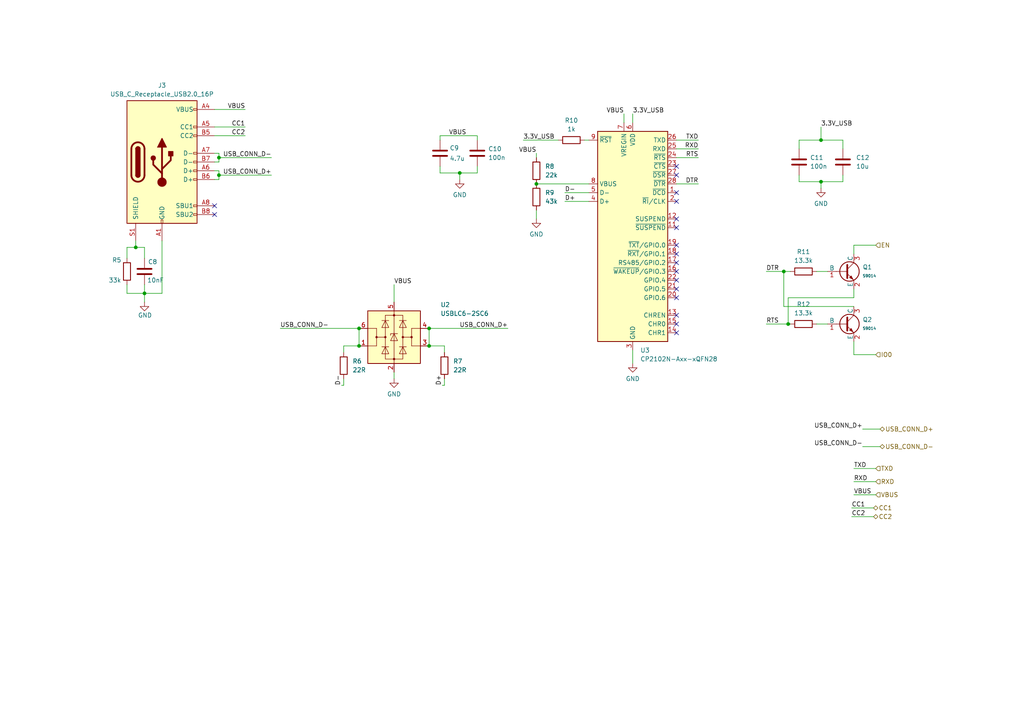
<source format=kicad_sch>
(kicad_sch (version 20250114) (generator "eeschema") (generator_version "9.0")
  (paper "A4")
  (lib_symbols
    (symbol "Connector:USB_C_Receptacle_USB2.0_16P" (pin_names (offset 1.016))
      (property "Reference" "J" (at 0 22.225 0))
      (property "Value" "USB_C_Receptacle_USB2.0_16P" (at 0 19.685 0))
      (symbol "USB_C_Receptacle_USB2.0_16P_0_0"
        (rectangle (start -0.254 -17.78) (end 0.254 -16.764))
        (rectangle (start 10.16 15.494) (end 9.144 14.986))
        (rectangle (start 10.16 10.414) (end 9.144 9.906))
        (rectangle (start 10.16 7.874) (end 9.144 7.366))
        (rectangle (start 10.16 2.794) (end 9.144 2.286))
        (rectangle (start 10.16 0.254) (end 9.144 -0.254))
        (rectangle (start 10.16 -2.286) (end 9.144 -2.794))
        (rectangle (start 10.16 -4.826) (end 9.144 -5.334))
        (rectangle (start 10.16 -12.446) (end 9.144 -12.954))
        (rectangle (start 10.16 -14.986) (end 9.144 -15.494))
      )
      (symbol "USB_C_Receptacle_USB2.0_16P_0_1"
        (rectangle (start -10.16 17.78) (end 10.16 -17.78) (stroke (width 0.254)) (fill (type background)))
        (polyline (pts (xy -8.89 -3.81) (xy -8.89 3.81)) (stroke (width 0.508)))
        (rectangle (start -7.62 -3.81) (end -6.35 3.81) (stroke (width 0.254)) (fill (type outline)))
        (arc (start -7.62 3.81) (mid -6.985 4.4423) (end -6.35 3.81) (stroke (width 0.254)))
        (arc (start -7.62 3.81) (mid -6.985 4.4423) (end -6.35 3.81) (stroke (width 0.254)) (fill (type outline)))
        (arc (start -8.89 3.81) (mid -6.985 5.7067) (end -5.08 3.81) (stroke (width 0.508)))
        (arc (start -5.08 -3.81) (mid -6.985 -5.7067) (end -8.89 -3.81) (stroke (width 0.508)))
        (arc (start -6.35 -3.81) (mid -6.985 -4.4423) (end -7.62 -3.81) (stroke (width 0.254)))
        (arc (start -6.35 -3.81) (mid -6.985 -4.4423) (end -7.62 -3.81) (stroke (width 0.254)) (fill (type outline)))
        (polyline (pts (xy -5.08 3.81) (xy -5.08 -3.81)) (stroke (width 0.508)))
        (circle (center -2.54 1.143) (radius 0.635) (stroke (width 0.254)) (fill (type outline)))
        (polyline (pts (xy -1.27 4.318) (xy 0 6.858) (xy 1.27 4.318) (xy -1.27 4.318)) (stroke (width 0.254)) (fill (type outline)))
        (polyline (pts (xy 0 -2.032) (xy 2.54 0.508) (xy 2.54 1.778)) (stroke (width 0.508)))
        (polyline (pts (xy 0 -3.302) (xy -2.54 -0.762) (xy -2.54 0.508)) (stroke (width 0.508)))
        (polyline (pts (xy 0 -5.842) (xy 0 4.318)) (stroke (width 0.508)))
        (circle (center 0 -5.842) (radius 1.27) (fill (type outline)))
        (rectangle (start 1.905 1.778) (end 3.175 3.048) (stroke (width 0.254)) (fill (type outline)))
      )
      (symbol "USB_C_Receptacle_USB2.0_16P_1_1"
        (pin passive line (at -7.62 -22.86 90) (length 5.08) (name "SHIELD") (number "S1"))
        (pin passive line (at 0 -22.86 90) (length 5.08) (name "GND") (number "A1"))
        (pin passive line (at 0 -22.86 90) (length 5.08) (hide yes) (name "GND") (number "A12"))
        (pin passive line (at 0 -22.86 90) (length 5.08) (hide yes) (name "GND") (number "B1"))
        (pin passive line (at 0 -22.86 90) (length 5.08) (hide yes) (name "GND") (number "B12"))
        (pin passive line (at 15.24 15.24 180) (length 5.08) (name "VBUS") (number "A4"))
        (pin passive line (at 15.24 15.24 180) (length 5.08) (hide yes) (name "VBUS") (number "A9"))
        (pin passive line (at 15.24 15.24 180) (length 5.08) (hide yes) (name "VBUS") (number "B4"))
        (pin passive line (at 15.24 15.24 180) (length 5.08) (hide yes) (name "VBUS") (number "B9"))
        (pin bidirectional line (at 15.24 10.16 180) (length 5.08) (name "CC1") (number "A5"))
        (pin bidirectional line (at 15.24 7.62 180) (length 5.08) (name "CC2") (number "B5"))
        (pin bidirectional line (at 15.24 2.54 180) (length 5.08) (name "D-") (number "A7"))
        (pin bidirectional line (at 15.24 0 180) (length 5.08) (name "D-") (number "B7"))
        (pin bidirectional line (at 15.24 -2.54 180) (length 5.08) (name "D+") (number "A6"))
        (pin bidirectional line (at 15.24 -5.08 180) (length 5.08) (name "D+") (number "B6"))
        (pin bidirectional line (at 15.24 -12.7 180) (length 5.08) (name "SBU1") (number "A8"))
        (pin bidirectional line (at 15.24 -15.24 180) (length 5.08) (name "SBU2") (number "B8"))
      )
    )
    (symbol "Device:C" (pin_numbers (hide yes)) (pin_names (offset 0.254))
      (property "Reference" "C" (at 0.635 2.54 0))
      (property "Value" "C" (at 0.635 -2.54 0))
      (symbol "C_0_1"
        (polyline (pts (xy -2.032 0.762) (xy 2.032 0.762)) (stroke (width 0.508)))
        (polyline (pts (xy -2.032 -0.762) (xy 2.032 -0.762)) (stroke (width 0.508)))
      )
      (symbol "C_1_1"
        (pin passive line (at 0 3.81 270) (length 2.794) (name "~") (number "1"))
        (pin passive line (at 0 -3.81 90) (length 2.794) (name "~") (number "2"))
      )
    )
    (symbol "Device:R" (pin_numbers (hide yes)) (pin_names (offset 0))
      (property "Reference" "R" (at 2.032 0 90))
      (property "Value" "R" (at 0 0 90))
      (symbol "R_0_1"
        (rectangle (start -1.016 -2.54) (end 1.016 2.54) (stroke (width 0.254)))
      )
      (symbol "R_1_1"
        (pin passive line (at 0 3.81 270) (length 1.27) (name "~") (number "1"))
        (pin passive line (at 0 -3.81 90) (length 1.27) (name "~") (number "2"))
      )
    )
    (symbol "Interface_USB:CP2102N-Axx-xQFN28"
      (property "Reference" "U" (at -8.89 31.75 0))
      (property "Value" "CP2102N-Axx-xQFN28" (at 12.7 31.75 0))
      (symbol "CP2102N-Axx-xQFN28_0_1"
        (rectangle (start -10.16 30.48) (end 10.16 -30.48) (stroke (width 0.254)) (fill (type background)))
      )
      (symbol "CP2102N-Axx-xQFN28_1_1"
        (pin input line (at -12.7 27.94 0) (length 2.54) (name "~{RST}") (number "9"))
        (pin input line (at -12.7 15.24 0) (length 2.54) (name "VBUS") (number "8"))
        (pin bidirectional line (at -12.7 12.7 0) (length 2.54) (name "D-") (number "5"))
        (pin bidirectional line (at -12.7 10.16 0) (length 2.54) (name "D+") (number "4"))
        (pin no_connect line (at -10.16 -27.94 0) (length 2.54) (hide yes) (name "NC") (number "10"))
        (pin power_in line (at -2.54 33.02 270) (length 2.54) (name "VREGIN") (number "7"))
        (pin power_in line (at 0 33.02 270) (length 2.54) (name "VDD") (number "6"))
        (pin passive line (at 0 -33.02 90) (length 2.54) (hide yes) (name "GND") (number "29"))
        (pin power_in line (at 0 -33.02 90) (length 2.54) (name "GND") (number "3"))
        (pin output line (at 12.7 27.94 180) (length 2.54) (name "TXD") (number "26"))
        (pin input line (at 12.7 25.4 180) (length 2.54) (name "RXD") (number "25"))
        (pin output line (at 12.7 22.86 180) (length 2.54) (name "~{RTS}") (number "24"))
        (pin input line (at 12.7 20.32 180) (length 2.54) (name "~{CTS}") (number "23"))
        (pin input line (at 12.7 17.78 180) (length 2.54) (name "~{DSR}") (number "27"))
        (pin output line (at 12.7 15.24 180) (length 2.54) (name "~{DTR}") (number "28"))
        (pin input line (at 12.7 12.7 180) (length 2.54) (name "~{DCD}") (number "1"))
        (pin bidirectional line (at 12.7 10.16 180) (length 2.54) (name "~{RI}/CLK") (number "2"))
        (pin output line (at 12.7 5.08 180) (length 2.54) (name "SUSPEND") (number "12"))
        (pin output line (at 12.7 2.54 180) (length 2.54) (name "~{SUSPEND}") (number "11"))
        (pin bidirectional line (at 12.7 -2.54 180) (length 2.54) (name "~{TXT}/GPIO.0") (number "19"))
        (pin bidirectional line (at 12.7 -5.08 180) (length 2.54) (name "~{RXT}/GPIO.1") (number "18"))
        (pin bidirectional line (at 12.7 -7.62 180) (length 2.54) (name "RS485/GPIO.2") (number "17"))
        (pin bidirectional line (at 12.7 -10.16 180) (length 2.54) (name "~{WAKEUP}/GPIO.3") (number "16"))
        (pin bidirectional line (at 12.7 -12.7 180) (length 2.54) (name "GPIO.4") (number "22"))
        (pin bidirectional line (at 12.7 -15.24 180) (length 2.54) (name "GPIO.5") (number "21"))
        (pin bidirectional line (at 12.7 -17.78 180) (length 2.54) (name "GPIO.6") (number "20"))
        (pin output line (at 12.7 -22.86 180) (length 2.54) (name "CHREN") (number "13"))
        (pin output line (at 12.7 -25.4 180) (length 2.54) (name "CHR0") (number "15"))
        (pin output line (at 12.7 -27.94 180) (length 2.54) (name "CHR1") (number "14"))
      )
    )
    (symbol "PCM_JLCPCB-Transistors:NPN,S9014" (pin_names (offset 0))
      (property "Reference" "Q" (at 4.8514 0.834 0))
      (property "Value" "S9014" (at 4.8514 -1.2122 0))
      (symbol "NPN,S9014_0_1"
        (polyline (pts (xy -2.54 0) (xy 0.635 0)) (stroke (width 0.1524)))
        (polyline (pts (xy 0.635 1.905) (xy 0.635 -1.905) (xy 0.635 -1.905)) (stroke (width 0.508)))
        (polyline (pts (xy 0.635 0.635) (xy 2.54 2.54)))
        (polyline (pts (xy 0.635 -0.635) (xy 2.54 -2.54) (xy 2.54 -2.54)))
        (circle (center 1.27 0) (radius 2.8194) (stroke (width 0.254)))
        (polyline (pts (xy 1.27 -1.778) (xy 1.778 -1.27) (xy 2.286 -2.286) (xy 1.27 -1.778) (xy 1.27 -1.778)) (fill (type outline)))
        (polyline (pts (xy 2.794 -1.27) (xy 2.794 -1.27)) (stroke (width 0.1524)))
        (polyline (pts (xy 2.794 -1.27) (xy 2.794 -1.27)) (stroke (width 0.1524)))
      )
      (symbol "NPN,S9014_1_1"
        (pin input line (at -5.08 0 0) (length 2.54) (name "B") (number "1"))
        (pin open_collector line (at 2.54 5.08 270) (length 2.54) (name "C") (number "3"))
        (pin open_emitter line (at 2.54 -5.08 90) (length 2.54) (name "E") (number "2"))
      )
    )
    (symbol "Power_Protection:USBLC6-2SC6" (pin_names (hide yes))
      (property "Reference" "U" (at 2.54 8.89 0))
      (property "Value" "USBLC6-2SC6" (at 2.54 -8.89 0))
      (symbol "USBLC6-2SC6_0_1"
        (rectangle (start -7.62 -7.62) (end 7.62 7.62) (stroke (width 0.254)) (fill (type background)))
        (polyline (pts (xy -5.08 2.54) (xy -7.62 2.54)))
        (circle (center -5.08 0) (radius 0.254) (fill (type outline)))
        (polyline (pts (xy -5.08 0) (xy -5.08 -2.54)))
        (polyline (pts (xy -5.08 -2.54) (xy -7.62 -2.54)))
        (polyline (pts (xy -3.556 2.794) (xy -1.524 2.794) (xy -2.54 4.826) (xy -3.556 2.794)))
        (polyline (pts (xy -3.556 -4.826) (xy -1.524 -4.826) (xy -2.54 -2.794) (xy -3.556 -4.826)))
        (rectangle (start -2.54 6.35) (end 2.54 -6.35))
        (circle (center -2.54 0) (radius 0.254) (fill (type outline)))
        (polyline (pts (xy -2.54 0) (xy -5.08 0) (xy -5.08 2.54)))
        (polyline (pts (xy -1.524 4.826) (xy -3.556 4.826)))
        (polyline (pts (xy -1.524 -2.794) (xy -3.556 -2.794)))
        (polyline (pts (xy -1.016 -1.016) (xy 1.016 -1.016) (xy 0 1.016) (xy -1.016 -1.016)))
        (circle (center 0 6.35) (radius 0.254) (fill (type outline)))
        (polyline (pts (xy 0 6.35) (xy 0 7.62)))
        (polyline (pts (xy 0 1.27) (xy 0 6.35)))
        (polyline (pts (xy 0 -6.35) (xy 0 1.27)))
        (circle (center 0 -6.35) (radius 0.254) (fill (type outline)))
        (polyline (pts (xy 0 -7.62) (xy 0 -6.35)))
        (polyline (pts (xy 1.016 1.016) (xy 0.762 1.016) (xy -1.016 1.016) (xy -1.016 0.508)))
        (polyline (pts (xy 1.524 4.826) (xy 3.556 4.826)))
        (polyline (pts (xy 1.524 -2.794) (xy 3.556 -2.794)))
        (polyline (pts (xy 2.54 0) (xy 5.08 0) (xy 5.08 2.54)))
        (circle (center 2.54 0) (radius 0.254) (fill (type outline)))
        (polyline (pts (xy 3.556 2.794) (xy 1.524 2.794) (xy 2.54 4.826) (xy 3.556 2.794)))
        (polyline (pts (xy 3.556 -4.826) (xy 1.524 -4.826) (xy 2.54 -2.794) (xy 3.556 -4.826)))
        (polyline (pts (xy 5.08 2.54) (xy 7.62 2.54)))
        (polyline (pts (xy 5.08 0) (xy 5.08 -2.54)))
        (circle (center 5.08 0) (radius 0.254) (fill (type outline)))
        (polyline (pts (xy 5.08 -2.54) (xy 7.62 -2.54)))
      )
      (symbol "USBLC6-2SC6_1_1"
        (pin passive line (at -10.16 2.54 0) (length 2.54) (name "I/O1") (number "6"))
        (pin passive line (at -10.16 -2.54 0) (length 2.54) (name "I/O1") (number "1"))
        (pin passive line (at 0 10.16 270) (length 2.54) (name "VBUS") (number "5"))
        (pin passive line (at 0 -10.16 90) (length 2.54) (name "GND") (number "2"))
        (pin passive line (at 10.16 2.54 180) (length 2.54) (name "I/O2") (number "4"))
        (pin passive line (at 10.16 -2.54 180) (length 2.54) (name "I/O2") (number "3"))
      )
    )
    (symbol "power:GND" (power) (pin_names (offset 0))
      (property "Value" "GND" (at 0 -3.81 0))
      (symbol "GND_0_1"
        (polyline (pts (xy 0 0) (xy 0 -1.27) (xy 1.27 -1.27) (xy 0 -2.54) (xy -1.27 -1.27) (xy 0 -1.27)))
      )
      (symbol "GND_1_1"
        (pin power_in line (at 0 0 270) (length 0) (hide yes) (name "GND") (number "1"))
      )
    )
  )
  (junction (at 39.37 71.755))
  (junction (at 238.125 40.64))
  (junction (at 227.33 78.74))
  (junction (at 104.14 95.25))
  (junction (at 63.5 50.8))
  (junction (at 133.35 50.165))
  (junction (at 104.14 100.33))
  (junction (at 124.46 95.25))
  (junction (at 228.6 93.98))
  (junction (at 155.575 53.34))
  (junction (at 124.46 100.33))
  (junction (at 238.125 52.705))
  (junction (at 63.5 45.72))
  (junction (at 41.91 85.09))
  (no_connect (at 196.215 55.88))
  (no_connect (at 196.215 83.82))
  (no_connect (at 196.215 73.66))
  (no_connect (at 196.215 78.74))
  (no_connect (at 196.215 50.8))
  (no_connect (at 196.215 96.52))
  (no_connect (at 196.215 48.26))
  (no_connect (at 196.215 86.36))
  (no_connect (at 196.215 71.12))
  (no_connect (at 62.23 62.23))
  (no_connect (at 62.23 59.69))
  (no_connect (at 196.215 63.5))
  (no_connect (at 196.215 91.44))
  (no_connect (at 196.215 58.42))
  (no_connect (at 196.215 81.28))
  (no_connect (at 196.215 93.98))
  (no_connect (at 196.215 66.04))
  (no_connect (at 196.215 76.2))
  (wire (pts (xy 36.83 71.755) (xy 39.37 71.755)))
  (wire (pts (xy 41.91 85.09) (xy 41.91 87.63)))
  (wire (pts (xy 124.46 100.33) (xy 128.905 100.33)))
  (wire (pts (xy 222.25 78.74) (xy 227.33 78.74)))
  (wire (pts (xy 62.23 39.37) (xy 71.12 39.37)))
  (wire (pts (xy 138.43 50.165) (xy 138.43 48.26)))
  (wire (pts (xy 163.83 55.88) (xy 170.815 55.88)))
  (wire (pts (xy 155.575 60.96) (xy 155.575 63.5)))
  (wire (pts (xy 36.83 85.09) (xy 41.91 85.09)))
  (wire (pts (xy 63.5 50.8) (xy 63.5 52.07)))
  (wire (pts (xy 254 71.12) (xy 247.65 71.12)))
  (wire (pts (xy 99.695 111.76) (xy 99.695 109.855)))
  (wire (pts (xy 78.74 45.72) (xy 63.5 45.72)))
  (wire (pts (xy 62.23 49.53) (xy 63.5 49.53)))
  (wire (pts (xy 62.23 31.75) (xy 71.12 31.75)))
  (wire (pts (xy 99.695 100.33) (xy 99.695 102.235)))
  (wire (pts (xy 127.635 40.64) (xy 127.635 39.37)))
  (wire (pts (xy 247.015 149.86) (xy 253.365 149.86)))
  (wire (pts (xy 247.65 135.89) (xy 254 135.89)))
  (wire (pts (xy 238.125 36.83) (xy 238.125 40.64)))
  (wire (pts (xy 231.775 43.18) (xy 231.775 40.64)))
  (wire (pts (xy 62.23 46.99) (xy 63.5 46.99)))
  (wire (pts (xy 62.23 36.83) (xy 71.12 36.83)))
  (wire (pts (xy 227.33 78.74) (xy 229.235 78.74)))
  (wire (pts (xy 36.83 74.93) (xy 36.83 71.755)))
  (wire (pts (xy 183.515 33.02) (xy 183.515 35.56)))
  (wire (pts (xy 222.25 93.98) (xy 228.6 93.98)))
  (wire (pts (xy 180.975 33.02) (xy 180.975 35.56)))
  (wire (pts (xy 133.35 50.165) (xy 138.43 50.165)))
  (wire (pts (xy 124.46 95.25) (xy 147.32 95.25)))
  (wire (pts (xy 238.125 40.64) (xy 244.475 40.64)))
  (wire (pts (xy 244.475 43.18) (xy 244.475 40.64)))
  (wire (pts (xy 81.28 95.25) (xy 104.14 95.25)))
  (wire (pts (xy 41.91 82.55) (xy 41.91 85.09)))
  (wire (pts (xy 247.65 71.12) (xy 247.65 73.66)))
  (wire (pts (xy 228.6 86.36) (xy 228.6 93.98)))
  (wire (pts (xy 247.65 83.82) (xy 247.65 86.36)))
  (wire (pts (xy 247.65 139.7) (xy 254 139.7)))
  (wire (pts (xy 196.215 53.34) (xy 202.565 53.34)))
  (wire (pts (xy 169.545 40.64) (xy 170.815 40.64)))
  (wire (pts (xy 41.91 85.09) (xy 46.99 85.09)))
  (wire (pts (xy 128.27 111.76) (xy 128.905 111.76)))
  (wire (pts (xy 36.83 82.55) (xy 36.83 85.09)))
  (wire (pts (xy 247.65 143.51) (xy 254 143.51)))
  (wire (pts (xy 114.3 82.55) (xy 114.3 87.63)))
  (wire (pts (xy 196.215 45.72) (xy 202.565 45.72)))
  (wire (pts (xy 247.65 99.06) (xy 247.65 102.87)))
  (wire (pts (xy 114.3 107.95) (xy 114.3 109.855)))
  (wire (pts (xy 133.35 50.165) (xy 133.35 52.07)))
  (wire (pts (xy 62.23 52.07) (xy 63.5 52.07)))
  (wire (pts (xy 231.775 52.705) (xy 231.775 50.8)))
  (wire (pts (xy 128.905 111.76) (xy 128.905 109.855)))
  (wire (pts (xy 62.23 44.45) (xy 63.5 44.45)))
  (wire (pts (xy 236.855 78.74) (xy 240.03 78.74)))
  (wire (pts (xy 238.125 52.705) (xy 238.125 54.61)))
  (wire (pts (xy 228.6 93.98) (xy 229.235 93.98)))
  (wire (pts (xy 41.91 71.755) (xy 39.37 71.755)))
  (wire (pts (xy 238.125 52.705) (xy 244.475 52.705)))
  (wire (pts (xy 104.14 95.25) (xy 104.14 100.33)))
  (wire (pts (xy 247.65 102.87) (xy 254 102.87)))
  (wire (pts (xy 151.765 40.64) (xy 161.925 40.64)))
  (wire (pts (xy 104.14 100.33) (xy 99.695 100.33)))
  (wire (pts (xy 227.33 88.9) (xy 227.33 78.74)))
  (wire (pts (xy 41.91 74.93) (xy 41.91 71.755)))
  (wire (pts (xy 127.635 48.26) (xy 127.635 50.165)))
  (wire (pts (xy 155.575 45.72) (xy 155.575 44.45)))
  (wire (pts (xy 46.99 85.09) (xy 46.99 69.85)))
  (wire (pts (xy 196.215 43.18) (xy 202.565 43.18)))
  (wire (pts (xy 170.815 53.34) (xy 155.575 53.34)))
  (wire (pts (xy 247.015 147.32) (xy 253.365 147.32)))
  (wire (pts (xy 236.855 93.98) (xy 240.03 93.98)))
  (wire (pts (xy 128.905 100.33) (xy 128.905 102.235)))
  (wire (pts (xy 247.65 88.9) (xy 227.33 88.9)))
  (wire (pts (xy 63.5 49.53) (xy 63.5 50.8)))
  (wire (pts (xy 250.19 129.54) (xy 255.27 129.54)))
  (wire (pts (xy 231.775 52.705) (xy 238.125 52.705)))
  (wire (pts (xy 63.5 45.72) (xy 63.5 44.45)))
  (wire (pts (xy 124.46 95.25) (xy 124.46 100.33)))
  (wire (pts (xy 244.475 50.8) (xy 244.475 52.705)))
  (wire (pts (xy 247.65 86.36) (xy 228.6 86.36)))
  (wire (pts (xy 63.5 50.8) (xy 78.74 50.8)))
  (wire (pts (xy 127.635 50.165) (xy 133.35 50.165)))
  (wire (pts (xy 127.635 39.37) (xy 138.43 39.37)))
  (wire (pts (xy 138.43 40.64) (xy 138.43 39.37)))
  (wire (pts (xy 163.83 58.42) (xy 170.815 58.42)))
  (wire (pts (xy 231.775 40.64) (xy 238.125 40.64)))
  (wire (pts (xy 63.5 46.99) (xy 63.5 45.72)))
  (wire (pts (xy 99.06 111.76) (xy 99.695 111.76)))
  (wire (pts (xy 196.215 40.64) (xy 202.565 40.64)))
  (wire (pts (xy 39.37 71.755) (xy 39.37 69.85)))
  (wire (pts (xy 183.515 101.6) (xy 183.515 105.41)))
  (wire (pts (xy 250.19 124.46) (xy 255.27 124.46)))
  (label "VBUS" (at 114.3 82.55 0))
  (label "RTS" (at 202.565 45.72 180))
  (label "USB_CONN_D+" (at 78.74 50.8 180))
  (label "RXD" (at 202.565 43.18 180))
  (label "D-" (at 163.83 55.88 0))
  (label "VBUS" (at 247.65 143.51 0))
  (label "USB_CONN_D-" (at 250.19 129.54 180))
  (label "RTS" (at 222.25 93.98 0))
  (label "DTR" (at 222.25 78.74 0))
  (label "3.3V_USB" (at 238.125 36.83 0))
  (label "CC2" (at 247.015 149.86 0))
  (label "3.3V_USB" (at 151.765 40.64 0))
  (label "3.3V_USB" (at 183.515 33.02 0))
  (label "RXD" (at 247.65 139.7 0))
  (label "VBUS" (at 71.12 31.75 180))
  (label "USB_CONN_D+" (at 147.32 95.25 180))
  (label "USB_CONN_D-" (at 81.28 95.25 0))
  (label "TXD" (at 202.565 40.64 180))
  (label "DTR" (at 202.565 53.34 180))
  (label "D+" (at 163.83 58.42 0))
  (label "CC1" (at 247.015 147.32 0))
  (label "D-" (at 99.06 111.76 90))
  (label "USB_CONN_D+" (at 250.19 124.46 180))
  (label "CC1" (at 71.12 36.83 180))
  (label "TXD" (at 247.65 135.89 0))
  (label "D+" (at 128.27 111.76 90))
  (label "CC2" (at 71.12 39.37 180))
  (label "USB_CONN_D-" (at 78.74 45.72 180))
  (label "VBUS" (at 155.575 44.45 180))
  (label "VBUS" (at 130.175 39.37 0))
  (label "VBUS" (at 180.975 33.02 180))
  (hierarchical_label "EN" (shape input) (at 254 71.12 0))
  (hierarchical_label "USB_CONN_D+" (shape bidirectional) (at 255.27 124.46 0))
  (hierarchical_label "RXD" (shape input) (at 254 139.7 0))
  (hierarchical_label "CC2" (shape bidirectional) (at 253.365 149.86 0))
  (hierarchical_label "VBUS" (shape input) (at 254 143.51 0))
  (hierarchical_label "CC1" (shape bidirectional) (at 253.365 147.32 0))
  (hierarchical_label "TXD" (shape input) (at 254 135.89 0))
  (hierarchical_label "IO0" (shape input) (at 254 102.87 0))
  (hierarchical_label "USB_CONN_D-" (shape bidirectional) (at 255.27 129.54 0))
  (symbol (lib_id "Connector:USB_C_Receptacle_USB2.0_16P") (at 46.99 46.99 0) (unit 1)
    (property "Reference" "J3" (at 46.99 24.765 0))
    (property "Value" "USB_C_Receptacle_USB2.0_16P" (at 46.99 27.305 0))
    (property "Footprint" "Connector_USB:USB_C_Receptacle_HCTL_HC-TYPE-C-16P-01A" (effects (hide yes)))
    (property "Datasheet" "https://www.usb.org/sites/default/files/documents/usb_type-c.zip" (effects (hide yes)))
    (property "LCSC" "C2765186" (effects (hide yes)))
  )
  (symbol (lib_id "power:GND") (at 41.91 87.63 0) (unit 1)
    (property "Reference" "#PWR011" (effects (hide yes)))
    (property "Value" "GND" (at 40.005 91.44 0) (effects (justify left)))
  )
  (symbol (lib_id "Device:R") (at 155.575 57.15 180) (unit 1)
    (property "Reference" "R9" (at 158.115 55.8799 0) (effects (justify right)))
    (property "Value" "43k" (at 158.115 58.4199 0) (effects (justify right)))
    (property "Footprint" "Resistor_SMD:R_0402_1005Metric" (effects (hide yes)))
    (property "LCSC" "C25952" (effects (hide yes)))
  )
  (symbol (lib_id "power:GND") (at 155.575 63.5 0) (unit 1)
    (property "Reference" "#PWR014" (effects (hide yes)))
    (property "Value" "GND" (at 155.575 67.945 0))
  )
  (symbol (lib_id "Device:R") (at 233.045 78.74 90) (unit 1)
    (property "Reference" "R11" (at 233.045 73.025 90))
    (property "Value" "13.3k" (at 233.045 75.565 90))
    (property "Footprint" "Resistor_SMD:R_0603_1608Metric" (effects (hide yes)))
    (property "LCSC" "C25952" (effects (hide yes)))
  )
  (symbol (lib_id "Device:C") (at 127.635 44.45 0) (unit 1)
    (property "Reference" "C9" (at 130.429 42.926 0) (effects (justify left)))
    (property "Value" "4.7u" (at 130.429 45.974 0) (effects (justify left)))
    (property "Footprint" "Resistor_SMD:R_0603_1608Metric" (effects (hide yes)))
    (property "LCSC" "C19702" (effects (hide yes)))
  )
  (symbol (lib_id "Interface_USB:CP2102N-Axx-xQFN28") (at 183.515 68.58 0) (unit 1)
    (property "Reference" "U3" (at 185.7091 101.6 0) (effects (justify left)))
    (property "Value" "CP2102N-Axx-xQFN28" (at 185.7091 104.14 0) (effects (justify left)))
    (property "Footprint" "Package_DFN_QFN:QFN-28-1EP_5x5mm_P0.5mm_EP3.35x3.35mm" (effects (hide yes)))
    (property "Datasheet" "https://www.silabs.com/documents/public/data-sheets/cp2102n-datasheet.pdf" (effects (hide yes)))
    (property "LCSC" "C964632" (effects (hide yes)))
  )
  (symbol (lib_id "Device:C") (at 244.475 46.99 0) (unit 1)
    (property "Reference" "C12" (at 248.285 45.7199 0) (effects (justify left)))
    (property "Value" "10u" (at 248.285 48.2599 0) (effects (justify left)))
    (property "Footprint" "Resistor_SMD:R_0603_1608Metric" (effects (hide yes)))
    (property "LCSC" "C19702" (effects (hide yes)))
  )
  (symbol (lib_id "power:GND") (at 133.35 52.07 0) (unit 1)
    (property "Reference" "#PWR013" (effects (hide yes)))
    (property "Value" "GND" (at 133.35 56.515 0))
  )
  (symbol (lib_id "Device:R") (at 165.735 40.64 90) (unit 1)
    (property "Reference" "R10" (at 165.735 34.925 90))
    (property "Value" "1k" (at 165.735 37.465 90))
    (property "Footprint" "Resistor_SMD:R_0603_1608Metric" (effects (hide yes)))
    (property "LCSC" "C14676" (effects (hide yes)))
  )
  (symbol (lib_id "PCM_JLCPCB-Transistors:NPN,S9014") (at 245.11 78.74 0) (unit 1)
    (property "Reference" "Q1" (at 250.19 77.4699 0) (effects (justify left)))
    (property "Value" "S9014" (at 250.19 80.01 0) (effects (font (size 0.8 0.8)) (justify left)))
    (property "Footprint" "PCM_JLCPCB:Q_SOT-23" (effects (hide yes)))
    (property "Datasheet" "https://wmsc.lcsc.com/wmsc/upload/file/pdf/v2/lcsc/2312291746_hongjiacheng-S9014_C20069130.pdf" (effects (hide yes)))
    (property "Description" "45V 200mW 200@1.0mA,5.0V 100mA NPN SOT-23 Bipolar (BJT) ROHS" (effects (hide yes)))
    (property "LCSC" "C20069130" (effects (hide yes)))
    (property "Stock" "119244" (effects (hide yes)))
    (property "Price" "0.014USD" (effects (hide yes)))
    (property "Process" "SMT" (effects (hide yes)))
    (property "Minimum Qty" "10" (effects (hide yes)))
    (property "Attrition Qty" "4" (effects (hide yes)))
    (property "Class" "Preferred Component" (effects (hide yes)))
    (property "Category" "Triode/MOS Tube/Transistor,Bipolar Transistors - BJT" (effects (hide yes)))
    (property "Manufacturer" "hongjiacheng" (effects (hide yes)))
    (property "Part" "S9014" (effects (hide yes)))
  )
  (symbol (lib_id "power:GND") (at 114.3 109.855 0) (unit 1)
    (property "Reference" "#PWR012" (effects (hide yes)))
    (property "Value" "GND" (at 114.3 114.3 0))
  )
  (symbol (lib_id "Device:R") (at 36.83 78.74 0) (unit 1)
    (property "Reference" "R5" (at 32.512 75.438 0) (effects (justify left)))
    (property "Value" "33k" (at 31.496 81.28 0) (effects (justify left)))
    (property "Footprint" "Resistor_SMD:R_0603_1608Metric" (effects (hide yes)))
    (property "LCSC" "C4216" (effects (hide yes)))
  )
  (symbol (lib_id "Power_Protection:USBLC6-2SC6") (at 114.3 97.79 0) (unit 1)
    (property "Reference" "U2" (at 127.762 88.392 0) (effects (justify left)))
    (property "Value" "USBLC6-2SC6" (at 127.762 90.932 0) (effects (justify left)))
    (property "Footprint" "Package_TO_SOT_SMD:SOT-23-6" (effects (hide yes)))
    (property "Datasheet" "https://www.st.com/resource/en/datasheet/usblc6-2.pdf" (effects (hide yes)))
    (property "LCSC" "C5180249" (effects (hide yes)))
  )
  (symbol (lib_id "Device:R") (at 233.045 93.98 90) (unit 1)
    (property "Reference" "R12" (at 233.045 88.265 90))
    (property "Value" "13.3k" (at 233.045 90.805 90))
    (property "Footprint" "Resistor_SMD:R_0603_1608Metric" (effects (hide yes)))
    (property "LCSC" "C25952" (effects (hide yes)))
  )
  (symbol (lib_id "Device:R") (at 99.695 106.045 0) (unit 1)
    (property "Reference" "R6" (at 102.235 104.775 0) (effects (justify left)))
    (property "Value" "22R" (at 102.235 107.315 0) (effects (justify left)))
    (property "Footprint" "Resistor_SMD:R_0603_1608Metric" (effects (hide yes)))
    (property "LCSC" "C71618" (effects (hide yes)))
  )
  (symbol (lib_id "Device:C") (at 138.43 44.45 0) (unit 1)
    (property "Reference" "C10" (at 141.605 43.1799 0) (effects (justify left)))
    (property "Value" "100n" (at 141.605 45.7199 0) (effects (justify left)))
    (property "Footprint" "Resistor_SMD:R_0603_1608Metric" (effects (hide yes)))
    (property "LCSC" "C14663" (effects (hide yes)))
  )
  (symbol (lib_id "Device:C") (at 41.91 78.74 0) (unit 1)
    (property "Reference" "C8" (at 42.926 75.946 0) (effects (justify left)))
    (property "Value" "10nF" (at 42.672 81.28 0) (effects (justify left)))
    (property "Footprint" "Resistor_SMD:R_0603_1608Metric" (effects (hide yes)))
    (property "LCSC" "C57112" (effects (hide yes)))
  )
  (symbol (lib_id "power:GND") (at 238.125 54.61 0) (unit 1)
    (property "Reference" "#PWR016" (effects (hide yes)))
    (property "Value" "GND" (at 238.125 59.055 0))
  )
  (symbol (lib_id "Device:R") (at 155.575 49.53 180) (unit 1)
    (property "Reference" "R8" (at 158.115 48.2599 0) (effects (justify right)))
    (property "Value" "22k" (at 158.115 50.7999 0) (effects (justify right)))
    (property "Footprint" "Resistor_SMD:R_0402_1005Metric" (effects (hide yes)))
    (property "LCSC" "C25952" (effects (hide yes)))
  )
  (symbol (lib_id "PCM_JLCPCB-Transistors:NPN,S9014") (at 245.11 93.98 0) (unit 1)
    (property "Reference" "Q2" (at 250.19 92.7099 0) (effects (justify left)))
    (property "Value" "S9014" (at 250.19 95.25 0) (effects (font (size 0.8 0.8)) (justify left)))
    (property "Footprint" "PCM_JLCPCB:Q_SOT-23" (effects (hide yes)))
    (property "Datasheet" "https://wmsc.lcsc.com/wmsc/upload/file/pdf/v2/lcsc/2312291746_hongjiacheng-S9014_C20069130.pdf" (effects (hide yes)))
    (property "Description" "45V 200mW 200@1.0mA,5.0V 100mA NPN SOT-23 Bipolar (BJT) ROHS" (effects (hide yes)))
    (property "LCSC" "C20069130" (effects (hide yes)))
    (property "Stock" "119244" (effects (hide yes)))
    (property "Price" "0.014USD" (effects (hide yes)))
    (property "Process" "SMT" (effects (hide yes)))
    (property "Minimum Qty" "10" (effects (hide yes)))
    (property "Attrition Qty" "4" (effects (hide yes)))
    (property "Class" "Preferred Component" (effects (hide yes)))
    (property "Category" "Triode/MOS Tube/Transistor,Bipolar Transistors - BJT" (effects (hide yes)))
    (property "Manufacturer" "hongjiacheng" (effects (hide yes)))
    (property "Part" "S9014" (effects (hide yes)))
  )
  (symbol (lib_id "power:GND") (at 183.515 105.41 0) (unit 1)
    (property "Reference" "#PWR015" (effects (hide yes)))
    (property "Value" "GND" (at 183.515 109.855 0))
  )
  (symbol (lib_id "Device:C") (at 231.775 46.99 0) (unit 1)
    (property "Reference" "C11" (at 234.95 45.7199 0) (effects (justify left)))
    (property "Value" "100n" (at 234.95 48.2599 0) (effects (justify left)))
    (property "Footprint" "Resistor_SMD:R_0603_1608Metric" (effects (hide yes)))
    (property "LCSC" "C14663" (effects (hide yes)))
  )
  (symbol (lib_id "Device:R") (at 128.905 106.045 0) (unit 1)
    (property "Reference" "R7" (at 131.445 104.775 0) (effects (justify left)))
    (property "Value" "22R" (at 131.445 107.315 0) (effects (justify left)))
    (property "Footprint" "Resistor_SMD:R_0603_1608Metric" (effects (hide yes)))
    (property "LCSC" "C71618" (effects (hide yes)))
  )
)
</source>
